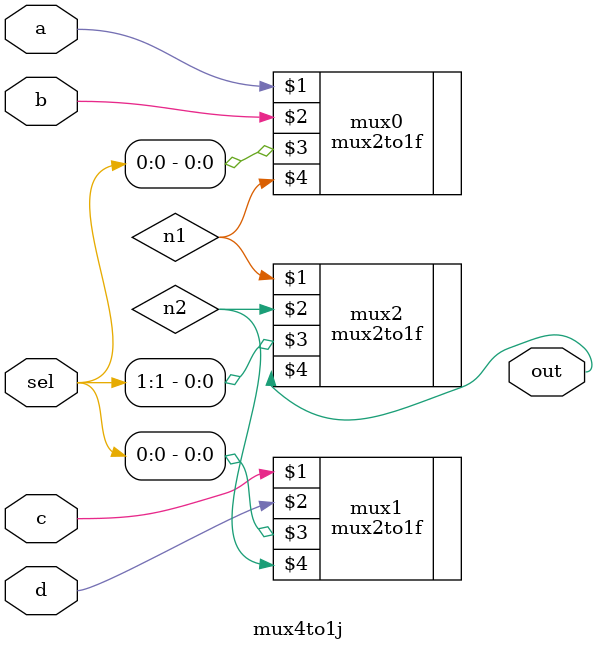
<source format=v>
/*
 * Equipo 1
 * Seccion D04
 * Multiplexor 4 a 1 jerarquico
*/

module mux4to1j(input a, b, c, d, input[1:0] sel, output out);
	wire n1, n2;
	
	mux2to1f mux0(a, b, sel[0], n1);
	mux2to1f mux1(c, d, sel[0], n2);
	mux2to1f mux2(n1, n2, sel[1], out);
endmodule

</source>
